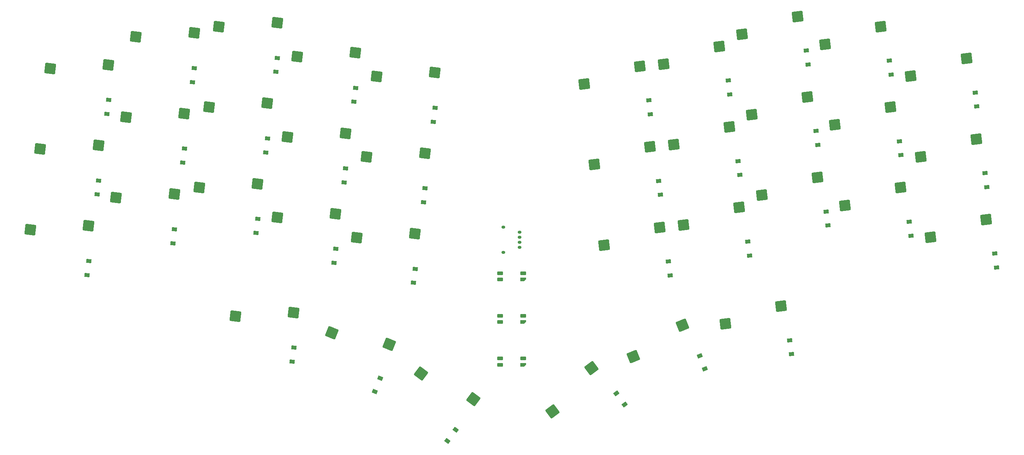
<source format=gbr>
%TF.GenerationSoftware,KiCad,Pcbnew,7.0.10-7.0.10~ubuntu22.04.1*%
%TF.CreationDate,2024-01-12T22:57:13+01:00*%
%TF.ProjectId,fatboy,66617462-6f79-42e6-9b69-6361645f7063,rev?*%
%TF.SameCoordinates,Original*%
%TF.FileFunction,Paste,Bot*%
%TF.FilePolarity,Positive*%
%FSLAX46Y46*%
G04 Gerber Fmt 4.6, Leading zero omitted, Abs format (unit mm)*
G04 Created by KiCad (PCBNEW 7.0.10-7.0.10~ubuntu22.04.1) date 2024-01-12 22:57:13*
%MOMM*%
%LPD*%
G01*
G04 APERTURE LIST*
G04 Aperture macros list*
%AMRoundRect*
0 Rectangle with rounded corners*
0 $1 Rounding radius*
0 $2 $3 $4 $5 $6 $7 $8 $9 X,Y pos of 4 corners*
0 Add a 4 corners polygon primitive as box body*
4,1,4,$2,$3,$4,$5,$6,$7,$8,$9,$2,$3,0*
0 Add four circle primitives for the rounded corners*
1,1,$1+$1,$2,$3*
1,1,$1+$1,$4,$5*
1,1,$1+$1,$6,$7*
1,1,$1+$1,$8,$9*
0 Add four rect primitives between the rounded corners*
20,1,$1+$1,$2,$3,$4,$5,0*
20,1,$1+$1,$4,$5,$6,$7,0*
20,1,$1+$1,$6,$7,$8,$9,0*
20,1,$1+$1,$8,$9,$2,$3,0*%
%AMRotRect*
0 Rectangle, with rotation*
0 The origin of the aperture is its center*
0 $1 length*
0 $2 width*
0 $3 Rotation angle, in degrees counterclockwise*
0 Add horizontal line*
21,1,$1,$2,0,0,$3*%
%AMFreePoly0*
4,1,18,-0.410000,0.593000,-0.403758,0.624380,-0.385983,0.650983,-0.359380,0.668758,-0.328000,0.675000,0.328000,0.675000,0.359380,0.668758,0.385983,0.650983,0.403758,0.624380,0.410000,0.593000,0.410000,-0.593000,0.403758,-0.624380,0.385983,-0.650983,0.359380,-0.668758,0.328000,-0.675000,0.000000,-0.675000,-0.410000,-0.265000,-0.410000,0.593000,-0.410000,0.593000,$1*%
G04 Aperture macros list end*
%ADD10RoundRect,0.250000X0.895490X1.117462X-1.139229X0.867630X-0.895490X-1.117462X1.139229X-0.867630X0*%
%ADD11RoundRect,0.250000X1.139229X0.867630X-0.895490X1.117462X-1.139229X-0.867630X0.895490X-1.117462X0*%
%ADD12RotRect,0.900000X1.200000X97.000000*%
%ADD13RoundRect,0.082000X0.593000X-0.328000X0.593000X0.328000X-0.593000X0.328000X-0.593000X-0.328000X0*%
%ADD14FreePoly0,90.000000*%
%ADD15RotRect,0.900000X1.200000X83.000000*%
%ADD16RotRect,0.900000X1.200000X68.000000*%
%ADD17RoundRect,0.250000X0.216786X1.415496X-1.420416X0.181775X-0.216786X-1.415496X1.420416X-0.181775X0*%
%ADD18RotRect,0.900000X1.200000X53.000000*%
%ADD19RoundRect,0.150000X0.275000X-0.150000X0.275000X0.150000X-0.275000X0.150000X-0.275000X-0.150000X0*%
%ADD20RoundRect,0.175000X0.225000X-0.175000X0.225000X0.175000X-0.225000X0.175000X-0.225000X-0.175000X0*%
%ADD21RoundRect,0.250000X1.324970X0.543212X-0.575757X1.311156X-1.324970X-0.543212X0.575757X-1.311156X0*%
%ADD22RoundRect,0.250000X0.575757X1.311156X-1.324970X0.543212X-0.575757X-1.311156X1.324970X-0.543212X0*%
%ADD23RotRect,0.900000X1.200000X127.000000*%
%ADD24RotRect,0.900000X1.200000X112.000000*%
%ADD25RoundRect,0.250000X1.420416X0.181775X-0.216786X1.415496X-1.420416X-0.181775X0.216786X-1.415496X0*%
G04 APERTURE END LIST*
D10*
%TO.C,MX18*%
X252086827Y-114123741D03*
X265127025Y-109963531D03*
%TD*%
%TO.C,MX8*%
X249765364Y-95216927D03*
X262805562Y-91056717D03*
%TD*%
D11*
%TO.C,MX5*%
X164082082Y-105137831D03*
X177741376Y-104255907D03*
%TD*%
%TO.C,MX24*%
X140821777Y-138272695D03*
X154481071Y-137390771D03*
%TD*%
D12*
%TO.C,D9*%
X284737248Y-104728024D03*
X284335080Y-101452622D03*
%TD*%
D13*
%TO.C,LED3*%
X193031209Y-171342461D03*
X193031209Y-172842461D03*
X198481209Y-171342461D03*
D14*
X198481209Y-172842461D03*
%TD*%
D15*
%TO.C,D15*%
X175064813Y-134697625D03*
X175466981Y-131422223D03*
%TD*%
D11*
%TO.C,MX21*%
X82897878Y-141109693D03*
X96557172Y-140227769D03*
%TD*%
D15*
%TO.C,D12*%
X118633815Y-125375936D03*
X119035983Y-122100534D03*
%TD*%
D10*
%TO.C,MX27*%
X236080360Y-140066612D03*
X249120558Y-135906402D03*
%TD*%
D12*
%TO.C,D19*%
X287058713Y-123634836D03*
X286656545Y-120359434D03*
%TD*%
D15*
%TO.C,D21*%
X96202074Y-151762674D03*
X96604242Y-148487272D03*
%TD*%
D16*
%TO.C,D32*%
X163696807Y-179113493D03*
X164933009Y-176053787D03*
%TD*%
D17*
%TO.C,MX34*%
X205299257Y-183780352D03*
X214512295Y-173657406D03*
%TD*%
D11*
%TO.C,MX15*%
X161760619Y-124044644D03*
X175419913Y-123162720D03*
%TD*%
D15*
%TO.C,D14*%
X156447438Y-130018864D03*
X156849606Y-126743462D03*
%TD*%
D11*
%TO.C,MX12*%
X105329617Y-114722954D03*
X118988911Y-113841030D03*
%TD*%
D10*
%TO.C,MX17*%
X233758894Y-121159798D03*
X246799092Y-116999588D03*
%TD*%
D18*
%TO.C,D33*%
X180672367Y-190749642D03*
X182658357Y-188114144D03*
%TD*%
D11*
%TO.C,MX25*%
X159439151Y-142951457D03*
X173098445Y-142069533D03*
%TD*%
D19*
%TO.C,J1*%
X197616161Y-145319264D03*
X197616161Y-144119264D03*
X197616161Y-142919264D03*
X197616161Y-141719264D03*
D20*
X193841161Y-146469264D03*
X193841161Y-140569264D03*
%TD*%
D10*
%TO.C,MX9*%
X269251056Y-97610057D03*
X282291254Y-93449847D03*
%TD*%
%TO.C,MX30*%
X294004258Y-142903611D03*
X307044456Y-138743401D03*
%TD*%
D11*
%TO.C,MX14*%
X143143242Y-119365881D03*
X156802536Y-118483957D03*
%TD*%
D10*
%TO.C,MX29*%
X273893987Y-135423685D03*
X286934185Y-131263475D03*
%TD*%
%TO.C,MX20*%
X291682794Y-123996797D03*
X304722992Y-119836587D03*
%TD*%
D11*
%TO.C,MX11*%
X85219345Y-122202880D03*
X98878639Y-121320956D03*
%TD*%
D12*
%TO.C,D36*%
X261391907Y-170378748D03*
X260989739Y-167103346D03*
%TD*%
D15*
%TO.C,D13*%
X138119507Y-122982804D03*
X138521675Y-119707402D03*
%TD*%
D12*
%TO.C,D29*%
X289380180Y-142541649D03*
X288978012Y-139266247D03*
%TD*%
D10*
%TO.C,MX19*%
X271572522Y-116516870D03*
X284612720Y-112356660D03*
%TD*%
D15*
%TO.C,D31*%
X144300618Y-172119843D03*
X144702786Y-168844441D03*
%TD*%
D11*
%TO.C,MX2*%
X107651084Y-95816140D03*
X121310378Y-94934216D03*
%TD*%
D12*
%TO.C,D20*%
X307168987Y-131114763D03*
X306766819Y-127839361D03*
%TD*%
D11*
%TO.C,MX31*%
X130996423Y-161466864D03*
X144655717Y-160584940D03*
%TD*%
D12*
%TO.C,D10*%
X304847521Y-112207950D03*
X304445353Y-108932548D03*
%TD*%
%TO.C,D18*%
X267573022Y-121241703D03*
X267170854Y-117966301D03*
%TD*%
D21*
%TO.C,MX32*%
X153603137Y-165380127D03*
X167025260Y-168063539D03*
%TD*%
D22*
%TO.C,MX35*%
X224281250Y-170944480D03*
X235800372Y-163550974D03*
%TD*%
D23*
%TO.C,D34*%
X222269677Y-182201592D03*
X220283687Y-179566094D03*
%TD*%
D10*
%TO.C,MX26*%
X217462985Y-144745375D03*
X230503183Y-140585165D03*
%TD*%
D15*
%TO.C,D1*%
X100845006Y-113949050D03*
X101247174Y-110673648D03*
%TD*%
D12*
%TO.C,D17*%
X249245086Y-128277762D03*
X248842918Y-125002360D03*
%TD*%
D10*
%TO.C,MX16*%
X215141519Y-125838562D03*
X228181717Y-121678352D03*
%TD*%
D15*
%TO.C,D23*%
X135798041Y-141889615D03*
X136200209Y-138614213D03*
%TD*%
D11*
%TO.C,MX3*%
X127136774Y-93423010D03*
X140796068Y-92541086D03*
%TD*%
D15*
%TO.C,D24*%
X154125973Y-148925677D03*
X154528141Y-145650275D03*
%TD*%
D11*
%TO.C,MX23*%
X122493846Y-131236637D03*
X136153140Y-130354713D03*
%TD*%
D10*
%TO.C,MX28*%
X254408289Y-133030558D03*
X267448487Y-128870348D03*
%TD*%
D12*
%TO.C,D6*%
X228306248Y-114049712D03*
X227904080Y-110774310D03*
%TD*%
D10*
%TO.C,MX36*%
X245905717Y-163260781D03*
X258945915Y-159100571D03*
%TD*%
%TO.C,MX6*%
X212820054Y-106931749D03*
X225860252Y-102771539D03*
%TD*%
D24*
%TO.C,D35*%
X241082031Y-173811788D03*
X239845829Y-170752082D03*
%TD*%
D10*
%TO.C,MX10*%
X289361330Y-105089984D03*
X302401528Y-100929774D03*
%TD*%
D15*
%TO.C,D2*%
X120955281Y-106469117D03*
X121357449Y-103193715D03*
%TD*%
D25*
%TO.C,MX33*%
X174477087Y-174871793D03*
X186747345Y-180937671D03*
%TD*%
D12*
%TO.C,D28*%
X269894486Y-140148522D03*
X269492318Y-136873120D03*
%TD*%
D11*
%TO.C,MX4*%
X145464708Y-100459068D03*
X159124002Y-99577144D03*
%TD*%
D12*
%TO.C,D26*%
X232949181Y-151863337D03*
X232547013Y-148587935D03*
%TD*%
%TO.C,D30*%
X309490452Y-150021575D03*
X309088284Y-146746173D03*
%TD*%
D11*
%TO.C,MX1*%
X87540810Y-103296067D03*
X101200104Y-102414143D03*
%TD*%
D15*
%TO.C,D22*%
X116304720Y-144344882D03*
X116706888Y-141069480D03*
%TD*%
D12*
%TO.C,D8*%
X265251557Y-102334890D03*
X264849389Y-99059488D03*
%TD*%
%TO.C,D7*%
X246923620Y-109370953D03*
X246521452Y-106095551D03*
%TD*%
D11*
%TO.C,MX13*%
X124815310Y-112329825D03*
X138474604Y-111447901D03*
%TD*%
D10*
%TO.C,MX7*%
X231437430Y-102252985D03*
X244477628Y-98092775D03*
%TD*%
D11*
%TO.C,MX22*%
X103008153Y-133629766D03*
X116667447Y-132747842D03*
%TD*%
D15*
%TO.C,D25*%
X172743344Y-153604441D03*
X173145512Y-150329039D03*
%TD*%
D13*
%TO.C,LED1*%
X193031210Y-151342461D03*
X193031210Y-152842461D03*
X198481210Y-151342461D03*
D14*
X198481210Y-152842461D03*
%TD*%
D15*
%TO.C,D3*%
X140440972Y-104075991D03*
X140843140Y-100800589D03*
%TD*%
%TO.C,D5*%
X177386279Y-115790811D03*
X177788447Y-112515409D03*
%TD*%
D12*
%TO.C,D16*%
X230627715Y-132956524D03*
X230225547Y-129681122D03*
%TD*%
D15*
%TO.C,D11*%
X98523544Y-132855862D03*
X98925712Y-129580460D03*
%TD*%
D12*
%TO.C,D27*%
X251566552Y-147184576D03*
X251164384Y-143909174D03*
%TD*%
D15*
%TO.C,D4*%
X158768906Y-111112051D03*
X159171074Y-107836649D03*
%TD*%
D13*
%TO.C,LED2*%
X193031207Y-161342465D03*
X193031207Y-162842465D03*
X198481207Y-161342465D03*
D14*
X198481207Y-162842465D03*
%TD*%
M02*

</source>
